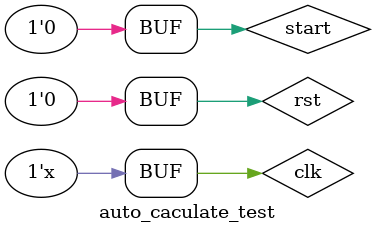
<source format=v>
`timescale 1ns / 1ps
module auto_caculate_test();
reg start=0,rst=0,clk=0;
wire done;
wire [31:0] sum_out;
auto_caculation test(start,clk,rst,done,sum_out);
initial begin
    #50 rst=1;
    #50 rst=0;
    #50 start=1;
    #500 start=0;
end
always begin
   #20 clk=!clk;
end
endmodule

</source>
